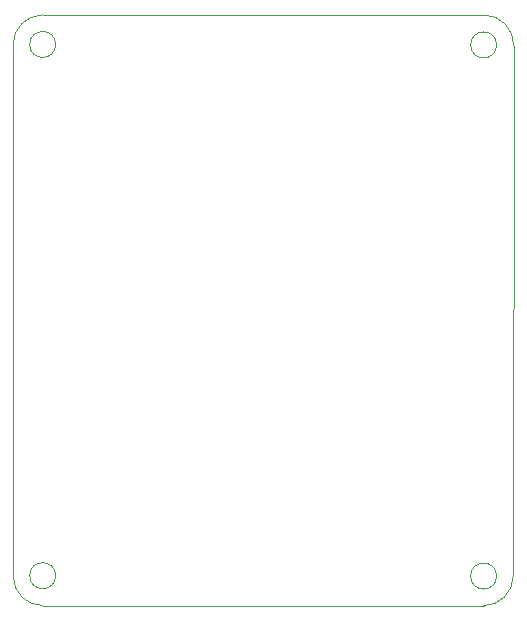
<source format=gbr>
%TF.GenerationSoftware,KiCad,Pcbnew,7.0.7*%
%TF.CreationDate,2024-01-07T22:57:32-05:00*%
%TF.ProjectId,ESP32-C3_hat,45535033-322d-4433-935f-6861742e6b69,rev?*%
%TF.SameCoordinates,Original*%
%TF.FileFunction,Profile,NP*%
%FSLAX46Y46*%
G04 Gerber Fmt 4.6, Leading zero omitted, Abs format (unit mm)*
G04 Created by KiCad (PCBNEW 7.0.7) date 2024-01-07 22:57:32*
%MOMM*%
%LPD*%
G01*
G04 APERTURE LIST*
%TA.AperFunction,Profile*%
%ADD10C,0.100000*%
%TD*%
G04 APERTURE END LIST*
D10*
X64820800Y-74991600D02*
G75*
G03*
X67320800Y-72491600I0J2500000D01*
G01*
X24982800Y-72491600D02*
G75*
G03*
X27482800Y-74991600I2500000J0D01*
G01*
X67360800Y-27618400D02*
G75*
G03*
X64820800Y-24974769I-2540000J101600D01*
G01*
X65920800Y-27516800D02*
G75*
G03*
X65920800Y-27516800I-1100000J0D01*
G01*
X28582800Y-72457600D02*
G75*
G03*
X28582800Y-72457600I-1100000J0D01*
G01*
X65920800Y-72491600D02*
G75*
G03*
X65920800Y-72491600I-1100000J0D01*
G01*
X28582800Y-27482800D02*
G75*
G03*
X28582800Y-27482800I-1100000J0D01*
G01*
X24982800Y-27482800D02*
X24982800Y-72491600D01*
X64820800Y-24974769D02*
X27482800Y-24982800D01*
X67320800Y-72491600D02*
X67360800Y-27618400D01*
X27482800Y-74991600D02*
X64820800Y-74991600D01*
X27482800Y-24982800D02*
G75*
G03*
X24982800Y-27482800I0J-2500000D01*
G01*
M02*

</source>
